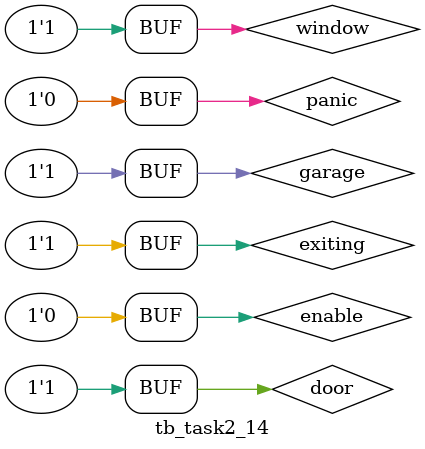
<source format=v>
`timescale 1ns/1ps
`include "test\\task2_14.v"
module tb_task2_14;

    // task2_14 Parameters
    parameter PERIOD = 10;

    // task2_14 Inputs
    reg panic = 0;
    reg enable = 0;
    reg exiting = 0;
    reg window = 0;
    reg door = 0;
    reg garage = 0;

    // task2_14 Outputs
    wire alarm;
    
    task2_14 u_task2_14 (
        .panic(panic),
        .enable(enable),
        .exiting(exiting),
        .window(window),
        .door(door),
        .garage(garage),
        .alarm(alarm)
    );

    initial begin
        
        // Test 1
        #PERIOD;
        panic = 0; enable = 0; exiting = 0; window = 0; door = 0; garage = 0;
        #PERIOD;
        panic = 0; enable = 0; exiting = 0; window = 0; door = 0; garage = 1;
        #PERIOD;
        panic = 0; enable = 0; exiting = 0; window = 0; door = 1; garage = 0;
        #PERIOD;
        panic = 0; enable = 0; exiting = 0; window = 0; door = 1; garage = 1;
        #PERIOD;
        panic = 0; enable = 0; exiting = 0; window = 1; door = 0; garage = 0;
        #PERIOD;
        panic = 0; enable = 0; exiting = 0; window = 1; door = 0; garage = 1;
        #PERIOD;
        panic = 0; enable = 0; exiting = 0; window = 1; door = 1; garage = 0;
        #PERIOD;
        panic = 0; enable = 0; exiting = 0; window = 1; door = 1; garage = 1;
        #PERIOD;

        // Test 2
        panic = 0; enable = 0; exiting = 1; window = 0; door = 0; garage = 0;
        #PERIOD;
        panic = 0; enable = 0; exiting = 1; window = 0; door = 0; garage = 1;
        #PERIOD;
        panic = 0; enable = 0; exiting = 1; window = 0; door = 1; garage = 0;
        #PERIOD;
        panic = 0; enable = 0; exiting = 1; window = 0; door = 1; garage = 1;
        #PERIOD;
        panic = 0; enable = 0; exiting = 1; window = 1; door = 0; garage = 0;
        #PERIOD;
        panic = 0; enable = 0; exiting = 1; window = 1; door = 0; garage = 1;
        #PERIOD;
        panic = 0; enable = 0; exiting = 1; window = 1; door = 1; garage = 0;
        #PERIOD;
        panic = 0; enable = 0; exiting = 1; window = 1; door = 1; garage = 1;
        #PERIOD;

        //...


    end

endmodule
</source>
